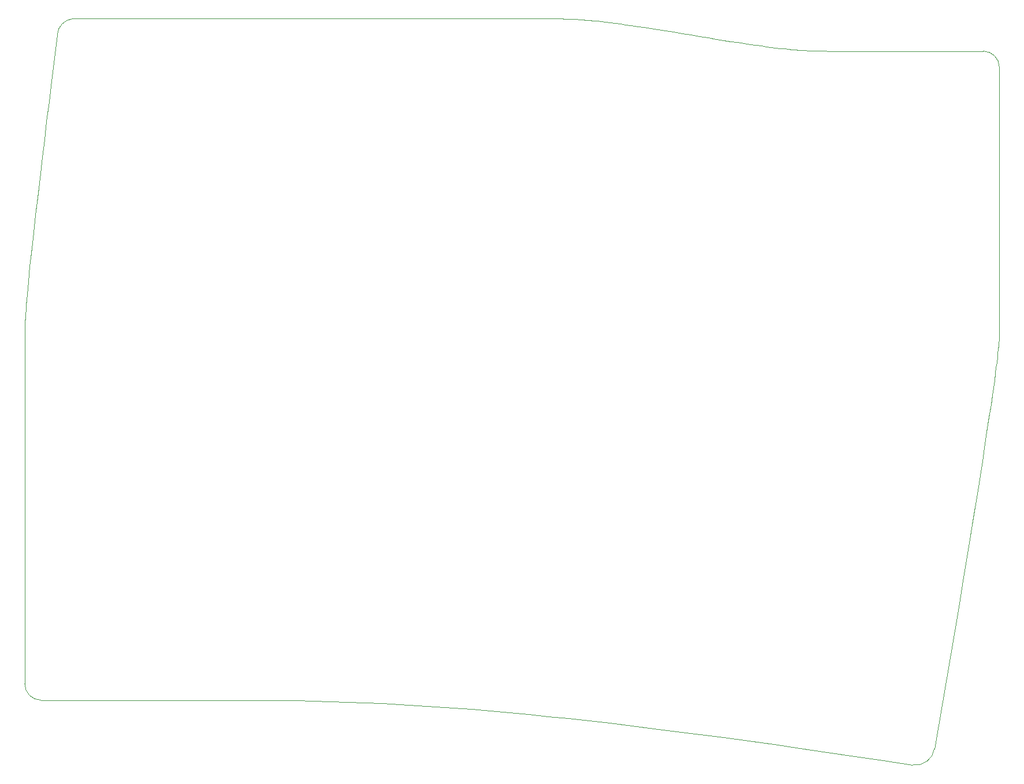
<source format=gbr>
%TF.GenerationSoftware,KiCad,Pcbnew,(6.0.4)*%
%TF.CreationDate,2022-10-11T17:38:10-05:00*%
%TF.ProjectId,GummyKey_Left,47756d6d-794b-4657-995f-4c6566742e6b,rev?*%
%TF.SameCoordinates,Original*%
%TF.FileFunction,Profile,NP*%
%FSLAX46Y46*%
G04 Gerber Fmt 4.6, Leading zero omitted, Abs format (unit mm)*
G04 Created by KiCad (PCBNEW (6.0.4)) date 2022-10-11 17:38:10*
%MOMM*%
%LPD*%
G01*
G04 APERTURE LIST*
%TA.AperFunction,Profile*%
%ADD10C,0.100000*%
%TD*%
%ADD11C,0.100000*%
G04 APERTURE END LIST*
D10*
X214312500Y-47625000D02*
X192881250Y-47625000D01*
X150018750Y-42862500D02*
X80962500Y-42862500D01*
X80962497Y-42862453D02*
G75*
G03*
X78581250Y-45243750I181503J-2562747D01*
G01*
D11*
X73818750Y-90487500D02*
X73818895Y-90046829D01*
X73819912Y-89613134D01*
X73822674Y-89179440D01*
X73828051Y-88738769D01*
X73836917Y-88284146D01*
X73850143Y-87808593D01*
X73868601Y-87305136D01*
X73893164Y-86766796D01*
X73924702Y-86186599D01*
X73964089Y-85557568D01*
X74012197Y-84872726D01*
X74069897Y-84125097D01*
X74138061Y-83307705D01*
X74217562Y-82413574D01*
X74309272Y-81435726D01*
X74414062Y-80367187D01*
X74532805Y-79200979D01*
X74666372Y-77930126D01*
X74815636Y-76547653D01*
X74981469Y-75046582D01*
X75164743Y-73419937D01*
X75366329Y-71660742D01*
X75587101Y-69762020D01*
X75827929Y-67716796D01*
X76089686Y-65518093D01*
X76373245Y-63158935D01*
X76679476Y-60632345D01*
X77009252Y-57931347D01*
X77363446Y-55048965D01*
X77742929Y-51978222D01*
X78148572Y-48712142D01*
X78581250Y-45243750D01*
D10*
X73818750Y-140493750D02*
X73818750Y-90487500D01*
X207168750Y-150018750D02*
X210740625Y-129182812D01*
X216693800Y-50006250D02*
G75*
G03*
X214312500Y-47625000I-2381300J-50D01*
G01*
D11*
X105965625Y-142875000D02*
X108523257Y-142882048D01*
X111064830Y-142903486D01*
X113595215Y-142939748D01*
X116119281Y-142991271D01*
X118641897Y-143058491D01*
X121167935Y-143141844D01*
X123702265Y-143241765D01*
X126249755Y-143358691D01*
X128815277Y-143493058D01*
X131403701Y-143645301D01*
X134019895Y-143815858D01*
X136668731Y-144005163D01*
X139355079Y-144213653D01*
X142083808Y-144441764D01*
X144859788Y-144689932D01*
X147687890Y-144958593D01*
X150572984Y-145248183D01*
X153519939Y-145559138D01*
X156533626Y-145891894D01*
X159618914Y-146246887D01*
X162780675Y-146624553D01*
X166023777Y-147025328D01*
X169353090Y-147449648D01*
X172773486Y-147897949D01*
X176289833Y-148370667D01*
X179907003Y-148868238D01*
X183629864Y-149391099D01*
X187463287Y-149939685D01*
X191412142Y-150514431D01*
X195481299Y-151115776D01*
X199675628Y-151744153D01*
X204000000Y-152400000D01*
D10*
X76200000Y-142875000D02*
X105965625Y-142875000D01*
X73818700Y-140493750D02*
G75*
G03*
X76200000Y-142875000I2381300J50D01*
G01*
D11*
X210740625Y-129182812D02*
X211281471Y-125876745D01*
X211788526Y-122763291D01*
X212262879Y-119836235D01*
X212705621Y-117089364D01*
X213117841Y-114516465D01*
X213500630Y-112111325D01*
X213855078Y-109867730D01*
X214182275Y-107779467D01*
X214483310Y-105840323D01*
X214759275Y-104044085D01*
X215011258Y-102384538D01*
X215240350Y-100855471D01*
X215447641Y-99450670D01*
X215634221Y-98163920D01*
X215801180Y-96989010D01*
X215949609Y-95919726D01*
X216080597Y-94949854D01*
X216195233Y-94073182D01*
X216294610Y-93283495D01*
X216379815Y-92574581D01*
X216451940Y-91940227D01*
X216512075Y-91374219D01*
X216561308Y-90870343D01*
X216600732Y-90422387D01*
X216631435Y-90024138D01*
X216654508Y-89669381D01*
X216671040Y-89351904D01*
X216682122Y-89065493D01*
X216688844Y-88803936D01*
X216692296Y-88561018D01*
X216693568Y-88330527D01*
X216693750Y-88106250D01*
D10*
X216693750Y-88106250D02*
X216693750Y-50006250D01*
D11*
X171450000Y-45243750D02*
X170144992Y-45027411D01*
X168907131Y-44824589D01*
X167733802Y-44634848D01*
X166622387Y-44457751D01*
X165570271Y-44292863D01*
X164574838Y-44139747D01*
X163633471Y-43997968D01*
X162743554Y-43867089D01*
X161902472Y-43746675D01*
X161107608Y-43636289D01*
X160356345Y-43535496D01*
X159646069Y-43443859D01*
X158974162Y-43360943D01*
X158338009Y-43286311D01*
X157734994Y-43219527D01*
X157162500Y-43160156D01*
X156617911Y-43107761D01*
X156098611Y-43061906D01*
X155601984Y-43022155D01*
X155125415Y-42988073D01*
X154666286Y-42959223D01*
X154221981Y-42935169D01*
X153789886Y-42915476D01*
X153367382Y-42899707D01*
X152951855Y-42887425D01*
X152540689Y-42878196D01*
X152131266Y-42871583D01*
X151720971Y-42867150D01*
X151307188Y-42864462D01*
X150887301Y-42863081D01*
X150458694Y-42862572D01*
X150018750Y-42862500D01*
X192881250Y-47625000D02*
X192441305Y-47624927D01*
X192012698Y-47624418D01*
X191592811Y-47623037D01*
X191179028Y-47620349D01*
X190768733Y-47615916D01*
X190359310Y-47609303D01*
X189948144Y-47600074D01*
X189532617Y-47587792D01*
X189110113Y-47572023D01*
X188678018Y-47552330D01*
X188233713Y-47528276D01*
X187774584Y-47499426D01*
X187298015Y-47465344D01*
X186801388Y-47425593D01*
X186282088Y-47379738D01*
X185737500Y-47327343D01*
X185165005Y-47267972D01*
X184561990Y-47201188D01*
X183925837Y-47126556D01*
X183253930Y-47043640D01*
X182543654Y-46952003D01*
X181792391Y-46851210D01*
X180997527Y-46740824D01*
X180156445Y-46620410D01*
X179266528Y-46489531D01*
X178325161Y-46347752D01*
X177329728Y-46194636D01*
X176277612Y-46029748D01*
X175166197Y-45852651D01*
X173992868Y-45662910D01*
X172755007Y-45460088D01*
X171450000Y-45243750D01*
D10*
X204000003Y-152399978D02*
G75*
G03*
X207168750Y-150018750I396397J2771478D01*
G01*
M02*

</source>
